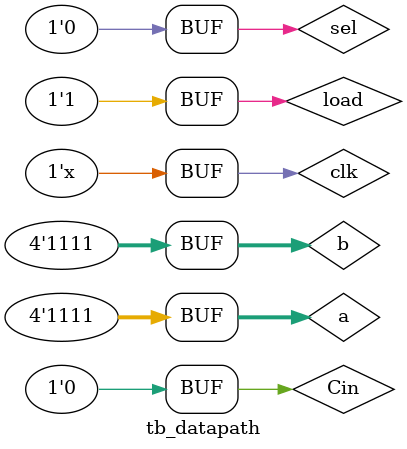
<source format=v>
`timescale 1ns / 1ps


module tb_datapath;

reg clk;
reg load;
reg [3:0] a;
reg [3:0] b;
reg Cin;
reg sel;
wire [9:0] Q;


datapath uut (
    .clk(clk),
    .load(load),
    .a(a),
    .b(b),
    .Cin(Cin),
    .sel(sel),
    .Q(Q)
    );

    initial begin

    clk = 0;

    load = 0;
    sel = 0;
    a = 4'b0001;
    b = 4'b0101;
    Cin = 1'b0;
    load = 1;
    #10

    load = 0;
    a = 4'b0111;
    b = 4'b0111;
    Cin = 1'b0;
    load = 1;
    #10

    load = 0;
    a = 4'b1000;
    b = 4'b0111;
    Cin = 1'b1;
    load = 1;
    #10

    load = 0;
    a = 4'b1100;
    b = 4'b0100;
    Cin = 1'b0;
    load = 1;
    #10
    
    sel = 1;
    load = 0;
    a = 4'b1000;
    b = 4'b1000;
    Cin = 1'b1;
    load = 1;
    #10

    load = 0;
    a = 4'b1001;
    b = 4'b1010;
    Cin = 1'b1;
    load = 1;
    #10

    load = 0;
    a = 4'b1111;
    b = 4'b1111;
    Cin = 1'b0;
    load = 1;
    #10
    
    sel = 0;
    load = 0;
    a = 4'b1111;
    b = 4'b1111;
    Cin = 1'b0;
    load = 1;
    end

    always
    #5 clk = ~clk;

endmodule
</source>
